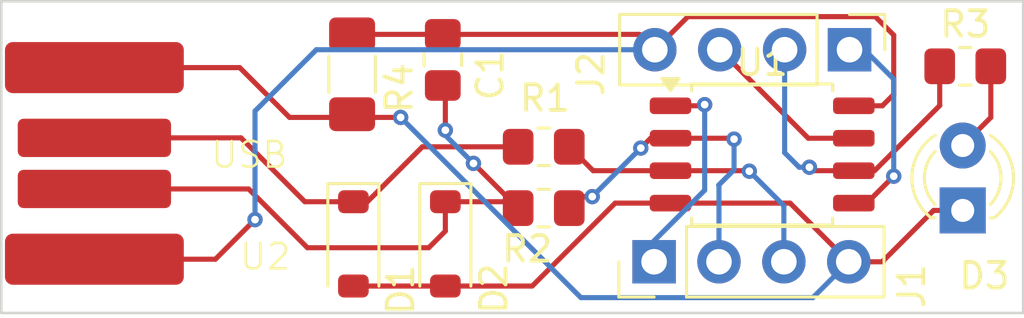
<source format=kicad_pcb>
(kicad_pcb (version 20241229) (generator "pcbnew") (generator_version "9.0")
  (layers (0 "F.Cu" signal) (2 "B.Cu" signal) (13 "F.Paste" user) (15 "B.Paste" user) (5 "F.SilkS" user "F.Silkscreen") (7 "B.SilkS" user "B.Silkscreen") (1 "F.Mask" user) (3 "B.Mask" user) (25 "Edge.Cuts" user))
  (net 0 "")
  (net 1 "GND")
  (net 2 "+5V")
  (net 3 "Net-(D1-K)")
  (net 4 "Net-(D2-K)")
  (net 5 "Net-(D3-A)")
  (net 6 "Net-(J1-Pin_2)")
  (net 7 "Net-(J1-Pin_3)")
  (net 8 "Net-(J2-Pin_3)")
  (net 9 "Net-(J1-Pin_4)")
  (net 10 "Net-(J2-Pin_2)")
  (net 11 "Net-(J2-1Pin_4)")
  (footprint "Resistor_SMD:R_0805_2012Metric_Pad1.20x1.40mm_HandSolder" (layer "F.Cu") (at 90.95 59.95)
    (property "Reference" "R3" (at 0 -1.65 0) (layer "F.SilkS"))
    (property "Value" "330R" (hide yes))
    (fp_line (start -0.227064 -0.735) (end 0.227064 -0.735) (stroke (width 0.12)) (layer "F.SilkS"))
    (fp_line (start -0.227064 0.735) (end 0.227064 0.735) (stroke (width 0.12)) (layer "F.SilkS"))
    (pad "1" smd roundrect (at -1 0) (size 1.2 1.4) (layers "F.Cu" "F.Mask" "F.Paste") (roundrect_rratio 0.208333) (net 8 "Net-(J2-Pin_3)"))
    (pad "2" smd roundrect (at 1 0) (size 1.2 1.4) (layers "F.Cu" "F.Mask" "F.Paste") (roundrect_rratio 0.208333) (net 5 "Net-(D3-A)"))
  )
  (footprint "Capacitor_SMD:C_1206_3216Metric_Pad1.33x1.80mm_HandSolder" (layer "F.Cu") (at 66.95 60.2625 -90)
    (property "Reference" "C1" (at 0.0375 -5.4 90) (layer "F.SilkS"))
    (property "Value" "100n" (hide yes))
    (fp_line (start -0.711252 0.91) (end 0.711252 0.91) (stroke (width 0.12)) (layer "F.SilkS"))
    (fp_line (start -0.711252 -0.91) (end 0.711252 -0.91) (stroke (width 0.12)) (layer "F.SilkS"))
    (pad "1" smd roundrect (at -1.5625 0 270) (size 1.325 1.8) (layers "F.Cu" "F.Mask" "F.Paste") (roundrect_rratio 0.188679) (net 2 "+5V"))
    (pad "2" smd roundrect (at 1.5625 0 270) (size 1.325 1.8) (layers "F.Cu" "F.Mask" "F.Paste") (roundrect_rratio 0.188679) (net 1 "GND"))
  )
  (footprint "Package_SO:SOIC-8_5.3x5.3mm_P1.27mm" (layer "F.Cu") (at 83 63.4)
    (property "Reference" "U1" (at 0 -3.6 0) (layer "F.SilkS"))
    (property "Value" "ATtiny85-20S" (hide yes))
    (fp_line (start -2.76 -2.76) (end 2.76 -2.76) (stroke (width 0.12)) (layer "F.SilkS"))
    (fp_line (start -2.76 -2.49) (end -2.76 -2.76) (stroke (width 0.12)) (layer "F.SilkS"))
    (fp_line (start -2.76 2.76) (end -2.76 2.49) (stroke (width 0.12)) (layer "F.SilkS"))
    (fp_line (start 2.76 -2.76) (end 2.76 -2.49) (stroke (width 0.12)) (layer "F.SilkS"))
    (fp_line (start 2.76 2.49) (end 2.76 2.76) (stroke (width 0.12)) (layer "F.SilkS"))
    (fp_line (start 2.76 2.76) (end -2.76 2.76) (stroke (width 0.12)) (layer "F.SilkS"))
    (fp_poly (pts (xy -3.59 -2.5) (xy -3.93 -2.97) (xy -3.25 -2.97)) (stroke (width 0.12)) (fill yes) (layer "F.SilkS"))
    (pad "1" smd roundrect (at -3.5875 -1.905) (size 1.625 0.65) (layers "F.Cu" "F.Mask" "F.Paste") (net 9 "Net-(J1-Pin_4)"))
    (pad "2" smd roundrect (at -3.5875 -0.635) (size 1.625 0.65) (layers "F.Cu" "F.Mask" "F.Paste") (net 7 "Net-(J1-Pin_3)"))
    (pad "3" smd roundrect (at -3.5875 0.635) (size 1.625 0.65) (layers "F.Cu" "F.Mask" "F.Paste") (net 6 "Net-(J1-Pin_2)"))
    (pad "4" smd roundrect (at -3.5875 1.905) (size 1.625 0.65) (layers "F.Cu" "F.Mask" "F.Paste") (net 1 "GND"))
    (pad "5" smd roundrect (at 3.5875 1.905) (size 1.625 0.65) (layers "F.Cu" "F.Mask" "F.Paste") (net 11 "Net-(J2-1Pin_4)"))
    (pad "6" smd roundrect (at 3.5875 0.635) (size 1.625 0.65) (layers "F.Cu" "F.Mask" "F.Paste") (net 8 "Net-(J2-Pin_3)"))
    (pad "7" smd roundrect (at 3.5875 -0.635) (size 1.625 0.65) (layers "F.Cu" "F.Mask" "F.Paste") (net 10 "Net-(J2-Pin_2)"))
    (pad "8" smd roundrect (at 3.5875 -1.905) (size 1.625 0.65) (layers "F.Cu" "F.Mask" "F.Paste") (net 2 "+5V"))
  )
  (footprint "Custom_footprint:PCB_USB_connector" (layer "F.Cu") (at 56.8625 63.75)
    (property "Reference" "U2" (at 6.6875 3.65 0) (layer "F.SilkS") (effects (font (thickness 0.1))))
    (property "Value" "~")
    (fp_text user "USB" (at 4.5 0.25 0) (layer "F.SilkS") (effects (font (thickness 0.1)) (justify left bottom)))
    (pad "1" smd roundrect (at 0 3.75) (size 7 2) (layers "F.Cu" "F.Mask" "F.Paste") (roundrect_rratio 0.15) (net 2 "+5V"))
    (pad "2" smd roundrect (at 0 1) (size 6 1.5) (layers "F.Cu" "F.Mask" "F.Paste") (roundrect_rratio 0.15) (net 4 "Net-(D2-K)"))
    (pad "3" smd roundrect (at 0 -1) (size 6 1.5) (layers "F.Cu" "F.Mask" "F.Paste") (roundrect_rratio 0.15) (net 3 "Net-(D1-K)"))
    (pad "4" smd roundrect (at 0 -3.75) (size 7 2) (layers "F.Cu" "F.Mask" "F.Paste") (roundrect_rratio 0.15) (net 1 "GND"))
  )
  (footprint "Diode_SMD:D_SOD-123" (layer "F.Cu") (at 70.6 66.9 -90)
    (property "Reference" "D2" (at 1.75 -1.9 90) (layer "F.SilkS"))
    (property "Value" "3V6" (hide yes))
    (fp_line (start -2.36 1) (end 1.65 1) (stroke (width 0.12)) (layer "F.SilkS"))
    (fp_line (start -2.36 -1) (end -2.36 1) (stroke (width 0.12)) (layer "F.SilkS"))
    (fp_line (start -2.36 -1) (end 1.65 -1) (stroke (width 0.12)) (layer "F.SilkS"))
    (pad "1" smd roundrect (at -1.65 0 270) (size 0.9 1.2) (layers "F.Cu" "F.Mask" "F.Paste") (net 4 "Net-(D2-K)"))
    (pad "2" smd roundrect (at 1.65 0 270) (size 0.9 1.2) (layers "F.Cu" "F.Mask" "F.Paste") (net 1 "GND"))
  )
  (footprint "LED_THT:LED_D3.0mm" (layer "F.Cu") (at 90.85 65.59 90)
    (property "Reference" "D3" (at -2.56 0.85 180) (layer "F.SilkS"))
    (property "Value" "LED" (hide yes))
    (fp_line (start -0.29 -1.236) (end -0.29 -1.08) (stroke (width 0.12)) (layer "F.SilkS"))
    (fp_line (start -0.29 1.08) (end -0.29 1.236) (stroke (width 0.12)) (layer "F.SilkS"))
    (fp_arc (start -0.29 -1.235516) (mid 1.36566 -1.987699) (end 2.941437 -1.08) (stroke (width 0.12)) (layer "F.SilkS"))
    (fp_arc (start 0.229039 -1.08) (mid 1.27 -1.5) (end 2.310961 -1.08) (stroke (width 0.12)) (layer "F.SilkS"))
    (fp_arc (start 2.941437 1.08) (mid 1.36566 1.987699) (end -0.29 1.235516) (stroke (width 0.12)) (layer "F.SilkS"))
    (fp_arc (start 2.310961 1.08) (mid 1.27 1.5) (end 0.229039 1.08) (stroke (width 0.12)) (layer "F.SilkS"))
    (pad "1" thru_hole rect (at 0 0 90) (size 1.8 1.8) (drill 0.9) (layers "*.Cu" "*.Mask") (net 1 "GND"))
    (pad "2" thru_hole circle (at 2.54 0 90) (size 1.8 1.8) (drill 0.9) (layers "*.Cu" "*.Mask") (net 5 "Net-(D3-A)"))
  )
  (footprint "Connector_PinHeader_2.54mm:PinHeader_1x04_P2.54mm_Vertical" (layer "F.Cu") (at 78.77 67.6 90)
    (property "Reference" "J1" (at -0.95 10.08 90) (layer "F.SilkS"))
    (property "Value" "S08-1-4" (hide yes))
    (fp_line (start -1.38 -1.38) (end 0 -1.38) (stroke (width 0.12)) (layer "F.SilkS"))
    (fp_line (start -1.38 0) (end -1.38 -1.38) (stroke (width 0.12)) (layer "F.SilkS"))
    (fp_line (start 1.38 1.27) (end 1.38 9) (stroke (width 0.12)) (layer "F.SilkS"))
    (fp_line (start -1.38 1.27) (end 1.38 1.27) (stroke (width 0.12)) (layer "F.SilkS"))
    (fp_line (start -1.38 1.27) (end -1.38 9) (stroke (width 0.12)) (layer "F.SilkS"))
    (fp_line (start -1.38 9) (end 1.38 9) (stroke (width 0.12)) (layer "F.SilkS"))
    (pad "1" thru_hole rect (at 0 0 90) (size 1.7 1.7) (drill 1) (layers "*.Cu" "*.Mask") (net 9 "Net-(J1-Pin_4)"))
    (pad "2" thru_hole circle (at 0 2.54 90) (size 1.7 1.7) (drill 1) (layers "*.Cu" "*.Mask") (net 7 "Net-(J1-Pin_3)"))
    (pad "3" thru_hole circle (at 0 5.08 90) (size 1.7 1.7) (drill 1) (layers "*.Cu" "*.Mask") (net 6 "Net-(J1-Pin_2)"))
    (pad "4" thru_hole circle (at 0 7.62 90) (size 1.7 1.7) (drill 1) (layers "*.Cu" "*.Mask") (net 1 "GND"))
  )
  (footprint "Connector_PinHeader_2.54mm:PinHeader_1x04_P2.54mm_Vertical" (layer "F.Cu") (at 86.42 59.3 -90)
    (property "Reference" "J2" (at 0.95 10.12 90) (layer "F.SilkS"))
    (property "Value" "S08-5-8" (hide yes))
    (fp_line (start -1.38 9) (end 1.38 9) (stroke (width 0.12)) (layer "F.SilkS"))
    (fp_line (start -1.38 1.27) (end -1.38 9) (stroke (width 0.12)) (layer "F.SilkS"))
    (fp_line (start -1.38 1.27) (end 1.38 1.27) (stroke (width 0.12)) (layer "F.SilkS"))
    (fp_line (start 1.38 1.27) (end 1.38 9) (stroke (width 0.12)) (layer "F.SilkS"))
    (fp_line (start -1.38 0) (end -1.38 -1.38) (stroke (width 0.12)) (layer "F.SilkS"))
    (fp_line (start -1.38 -1.38) (end 0 -1.38) (stroke (width 0.12)) (layer "F.SilkS"))
    (pad "1" thru_hole rect (at 0 0 270) (size 1.7 1.7) (drill 1) (layers "*.Cu" "*.Mask") (net 11 "Net-(J2-1Pin_4)"))
    (pad "2" thru_hole circle (at 0 2.54 270) (size 1.7 1.7) (drill 1) (layers "*.Cu" "*.Mask") (net 8 "Net-(J2-Pin_3)"))
    (pad "3" thru_hole circle (at 0 5.08 270) (size 1.7 1.7) (drill 1) (layers "*.Cu" "*.Mask") (net 10 "Net-(J2-Pin_2)"))
    (pad "4" thru_hole circle (at 0 7.62 270) (size 1.7 1.7) (drill 1) (layers "*.Cu" "*.Mask") (net 2 "+5V"))
  )
  (footprint "Resistor_SMD:R_0805_2012Metric_Pad1.20x1.40mm_HandSolder" (layer "F.Cu") (at 70.5 59.7 -90)
    (property "Reference" "R4" (at 1.1 1.7 90) (layer "F.SilkS"))
    (property "Value" "1k5" (hide yes))
    (fp_line (start -0.227064 0.735) (end 0.227064 0.735) (stroke (width 0.12)) (layer "F.SilkS"))
    (fp_line (start -0.227064 -0.735) (end 0.227064 -0.735) (stroke (width 0.12)) (layer "F.SilkS"))
    (pad "1" smd roundrect (at -1 0 270) (size 1.2 1.4) (layers "F.Cu" "F.Mask" "F.Paste") (roundrect_rratio 0.208333) (net 2 "+5V"))
    (pad "2" smd roundrect (at 1 0 270) (size 1.2 1.4) (layers "F.Cu" "F.Mask" "F.Paste") (roundrect_rratio 0.208333) (net 4 "Net-(D2-K)"))
  )
  (footprint "Resistor_SMD:R_0805_2012Metric_Pad1.20x1.40mm_HandSolder" (layer "F.Cu") (at 74.45 65.5 180)
    (property "Reference" "R2" (at 0.65 -1.6 0) (layer "F.SilkS"))
    (property "Value" "68R" (hide yes))
    (fp_line (start -0.227064 0.735) (end 0.227064 0.735) (stroke (width 0.12)) (layer "F.SilkS"))
    (fp_line (start -0.227064 -0.735) (end 0.227064 -0.735) (stroke (width 0.12)) (layer "F.SilkS"))
    (pad "1" smd roundrect (at -1 0 180) (size 1.2 1.4) (layers "F.Cu" "F.Mask" "F.Paste") (roundrect_rratio 0.208333) (net 7 "Net-(J1-Pin_3)"))
    (pad "2" smd roundrect (at 1 0 180) (size 1.2 1.4) (layers "F.Cu" "F.Mask" "F.Paste") (roundrect_rratio 0.208333) (net 4 "Net-(D2-K)"))
  )
  (footprint "Resistor_SMD:R_0805_2012Metric_Pad1.20x1.40mm_HandSolder" (layer "F.Cu") (at 74.45 63.1 180)
    (property "Reference" "R1" (at -0.05 1.9 0) (layer "F.SilkS"))
    (property "Value" "68R" (hide yes))
    (fp_line (start -0.227064 0.735) (end 0.227064 0.735) (stroke (width 0.12)) (layer "F.SilkS"))
    (fp_line (start -0.227064 -0.735) (end 0.227064 -0.735) (stroke (width 0.12)) (layer "F.SilkS"))
    (pad "1" smd roundrect (at -1 0 180) (size 1.2 1.4) (layers "F.Cu" "F.Mask" "F.Paste") (roundrect_rratio 0.208333) (net 6 "Net-(J1-Pin_2)"))
    (pad "2" smd roundrect (at 1 0 180) (size 1.2 1.4) (layers "F.Cu" "F.Mask" "F.Paste") (roundrect_rratio 0.208333) (net 3 "Net-(D1-K)"))
  )
  (footprint "Diode_SMD:D_SOD-123" (layer "F.Cu") (at 67 66.9 -90)
    (property "Reference" "D1" (at 1.8 -1.85 90) (layer "F.SilkS"))
    (property "Value" "3V6" (hide yes))
    (fp_line (start -2.36 1) (end 1.65 1) (stroke (width 0.12)) (layer "F.SilkS"))
    (fp_line (start -2.36 -1) (end -2.36 1) (stroke (width 0.12)) (layer "F.SilkS"))
    (fp_line (start -2.36 -1) (end 1.65 -1) (stroke (width 0.12)) (layer "F.SilkS"))
    (pad "1" smd roundrect (at -1.65 0 270) (size 0.9 1.2) (layers "F.Cu" "F.Mask" "F.Paste") (net 3 "Net-(D1-K)"))
    (pad "2" smd roundrect (at 1.65 0 270) (size 0.9 1.2) (layers "F.Cu" "F.Mask" "F.Paste") (net 1 "GND"))
  )
  (gr_rect (start 53.218 57.404) (end 93.218 69.604) (stroke (width 0.1)) (fill no) (layer "Edge.Cuts"))
  (segment (start 77.245 65.305) (end 79.4125 65.305) (width 0.2) (layer "F.Cu") (net 1))
  (segment (start 56.8625 60) (end 62.55 60) (width 0.2) (layer "F.Cu") (net 1))
  (segment (start 86.39 67.6) (end 84.095 65.305) (width 0.2) (layer "F.Cu") (net 1))
  (segment (start 64.5 61.95) (end 68.85 61.95) (width 0.2) (layer "F.Cu") (net 1))
  (segment (start 62.55 60) (end 64.5 61.95) (width 0.2) (layer "F.Cu") (net 1))
  (segment (start 89.71 65.59) (end 90.85 65.59) (width 0.2) (layer "F.Cu") (net 1))
  (segment (start 87.75 67.55) (end 89.71 65.59) (width 0.2) (layer "F.Cu") (net 1))
  (segment (start 87.75 67.6) (end 87.75 67.55) (width 0.2) (layer "F.Cu") (net 1))
  (segment (start 67 68.55) (end 70.6 68.55) (width 0.2) (layer "F.Cu") (net 1))
  (segment (start 70.6 68.55) (end 74 68.55) (width 0.2) (layer "F.Cu") (net 1))
  (segment (start 86.39 67.6) (end 87.75 67.6) (width 0.2) (layer "F.Cu") (net 1))
  (segment (start 84.095 65.305) (end 79.4125 65.305) (width 0.2) (layer "F.Cu") (net 1))
  (segment (start 74 68.55) (end 77.245 65.305) (width 0.2) (layer "F.Cu") (net 1))
  (via (at 68.85 61.95) (size 0.6) (drill 0.3) (layers "F.Cu" "B.Cu") (net 1))
  (segment (start 68.85 61.95) (end 75.903 69.003) (width 0.2) (layer "B.Cu") (net 1))
  (segment (start 84.987 69.003) (end 86.39 67.6) (width 0.2) (layer "B.Cu") (net 1))
  (segment (start 75.903 69.003) (end 84.987 69.003) (width 0.2) (layer "B.Cu") (net 1))
  (segment (start 70.5 58.7) (end 78.2 58.7) (width 0.2) (layer "F.Cu") (net 2))
  (segment (start 87.705 61.495) (end 86.5875 61.495) (width 0.2) (layer "F.Cu") (net 2))
  (segment (start 88.15 58.728) (end 88.15 61.05) (width 0.2) (layer "F.Cu") (net 2))
  (segment (start 80.095 58.005) (end 87.427 58.005) (width 0.2) (layer "F.Cu") (net 2))
  (segment (start 88.15 61.05) (end 87.705 61.495) (width 0.2) (layer "F.Cu") (net 2))
  (segment (start 87.427 58.005) (end 88.15 58.728) (width 0.2) (layer "F.Cu") (net 2))
  (segment (start 78.8 59.3) (end 80.095 58.005) (width 0.2) (layer "F.Cu") (net 2))
  (segment (start 61.6 67.5) (end 63.15 65.95) (width 0.2) (layer "F.Cu") (net 2))
  (segment (start 56.8625 67.5) (end 61.6 67.5) (width 0.2) (layer "F.Cu") (net 2))
  (segment (start 66.95 58.7) (end 70.5 58.7) (width 0.2) (layer "F.Cu") (net 2))
  (segment (start 78.2 58.7) (end 78.8 59.3) (width 0.2) (layer "F.Cu") (net 2))
  (via (at 63.15 65.95) (size 0.6) (drill 0.3) (layers "F.Cu" "B.Cu") (net 2))
  (segment (start 63.15 65.95) (end 63.15 61.7) (width 0.2) (layer "B.Cu") (net 2))
  (segment (start 63.15 61.7) (end 65.55 59.3) (width 0.2) (layer "B.Cu") (net 2))
  (segment (start 65.55 59.3) (end 78.8 59.3) (width 0.2) (layer "B.Cu") (net 2))
  (segment (start 67 65.25) (end 67.55 65.25) (width 0.2) (layer "F.Cu") (net 3))
  (segment (start 67.55 65.25) (end 69.7 63.1) (width 0.2) (layer "F.Cu") (net 3))
  (segment (start 56.8625 62.75) (end 62.6 62.75) (width 0.2) (layer "F.Cu") (net 3))
  (segment (start 65.1 65.25) (end 67 65.25) (width 0.2) (layer "F.Cu") (net 3))
  (segment (start 62.6 62.75) (end 65.1 65.25) (width 0.2) (layer "F.Cu") (net 3))
  (segment (start 69.7 63.1) (end 73.45 63.1) (width 0.2) (layer "F.Cu") (net 3))
  (segment (start 56.8625 64.75) (end 62.9 64.75) (width 0.2) (layer "F.Cu") (net 4))
  (segment (start 73.2 65.25) (end 73.45 65.5) (width 0.2) (layer "F.Cu") (net 4))
  (segment (start 69.95 67.05) (end 70.6 66.4) (width 0.2) (layer "F.Cu") (net 4))
  (segment (start 73.45 65.5) (end 71.7 63.75) (width 0.2) (layer "F.Cu") (net 4))
  (segment (start 70.6 62.45) (end 70.6 60.8) (width 0.2) (layer "F.Cu") (net 4))
  (segment (start 70.6 60.8) (end 70.5 60.7) (width 0.2) (layer "F.Cu") (net 4))
  (segment (start 70.6 66.4) (end 70.6 65.25) (width 0.2) (layer "F.Cu") (net 4))
  (segment (start 70.6 65.25) (end 73.2 65.25) (width 0.2) (layer "F.Cu") (net 4))
  (segment (start 62.9 64.75) (end 65.2 67.05) (width 0.2) (layer "F.Cu") (net 4))
  (segment (start 65.2 67.05) (end 69.95 67.05) (width 0.2) (layer "F.Cu") (net 4))
  (via (at 70.6 62.45) (size 0.6) (drill 0.3) (layers "F.Cu" "B.Cu") (net 4))
  (via (at 71.7 63.75) (size 0.6) (drill 0.3) (layers "F.Cu" "B.Cu") (net 4))
  (segment (start 70.6 62.65) (end 70.6 62.45) (width 0.2) (layer "B.Cu") (net 4))
  (segment (start 71.7 63.75) (end 70.6 62.65) (width 0.2) (layer "B.Cu") (net 4))
  (segment (start 91.95 61.95) (end 91.95 59.95) (width 0.2) (layer "F.Cu") (net 5))
  (segment (start 90.85 63.05) (end 91.95 61.95) (width 0.2) (layer "F.Cu") (net 5))
  (segment (start 79.4125 64.035) (end 82.478215 64.035) (width 0.2) (layer "F.Cu") (net 6))
  (segment (start 82.478215 64.035) (end 82.497536 64.054321) (width 0.2) (layer "F.Cu") (net 6))
  (segment (start 75.45 63.1) (end 76.385 64.035) (width 0.2) (layer "F.Cu") (net 6))
  (segment (start 76.385 64.035) (end 79.4125 64.035) (width 0.2) (layer "F.Cu") (net 6))
  (via (at 82.497536 64.054321) (size 0.6) (drill 0.3) (layers "F.Cu" "B.Cu") (net 6))
  (segment (start 82.497536 64.054321) (end 83.85 65.406785) (width 0.2) (layer "B.Cu") (net 6))
  (segment (start 83.85 65.406785) (end 83.85 67.6) (width 0.2) (layer "B.Cu") (net 6))
  (segment (start 76.35 65.05) (end 75.9 65.05) (width 0.2) (layer "F.Cu") (net 7))
  (segment (start 79.4125 62.765) (end 78.635 62.765) (width 0.2) (layer "F.Cu") (net 7))
  (segment (start 75.9 65.05) (end 75.45 65.5) (width 0.2) (layer "F.Cu") (net 7))
  (segment (start 79.4125 62.765) (end 81.865 62.765) (width 0.2) (layer "F.Cu") (net 7))
  (segment (start 81.865 62.765) (end 81.9 62.8) (width 0.2) (layer "F.Cu") (net 7))
  (segment (start 78.635 62.765) (end 78.25 63.15) (width 0.2) (layer "F.Cu") (net 7))
  (via (at 76.35 65.05) (size 0.6) (drill 0.3) (layers "F.Cu" "B.Cu") (net 7))
  (via (at 78.25 63.15) (size 0.6) (drill 0.3) (layers "F.Cu" "B.Cu") (net 7))
  (via (at 81.9 62.8) (size 0.6) (drill 0.3) (layers "F.Cu" "B.Cu") (net 7))
  (segment (start 78.25 63.15) (end 76.35 65.05) (width 0.2) (layer "B.Cu") (net 7))
  (segment (start 81.31 64.61) (end 81.31 67.6) (width 0.2) (layer "B.Cu") (net 7))
  (segment (start 81.9 64) (end 81.3 64.6) (width 0.2) (layer "B.Cu") (net 7))
  (segment (start 81.3 64.6) (end 81.31 64.61) (width 0.2) (layer "B.Cu") (net 7))
  (segment (start 81.9 62.8) (end 81.9 64) (width 0.2) (layer "B.Cu") (net 7))
  (segment (start 87.399999 64.035) (end 89.95 61.484999) (width 0.2) (layer "F.Cu") (net 8))
  (segment (start 84.985 64.035) (end 84.85 63.9) (width 0.2) (layer "F.Cu") (net 8))
  (segment (start 86.5875 64.035) (end 87.399999 64.035) (width 0.2) (layer "F.Cu") (net 8))
  (segment (start 89.95 61.484999) (end 89.95 59.95) (width 0.2) (layer "F.Cu") (net 8))
  (segment (start 86.5875 64.035) (end 84.985 64.035) (width 0.2) (layer "F.Cu") (net 8))
  (via (at 84.85 63.9) (size 0.6) (drill 0.3) (layers "F.Cu" "B.Cu") (net 8))
  (segment (start 83.88 63.33) (end 83.88 59.3) (width 0.2) (layer "B.Cu") (net 8))
  (segment (start 84.85 63.9) (end 84.45 63.9) (width 0.2) (layer "B.Cu") (net 8))
  (segment (start 84.45 63.9) (end 83.88 63.33) (width 0.2) (layer "B.Cu") (net 8))
  (segment (start 79.4125 61.495) (end 80.705 61.495) (width 0.2) (layer "F.Cu") (net 9))
  (segment (start 80.705 61.495) (end 80.75 61.45) (width 0.2) (layer "F.Cu") (net 9))
  (via (at 80.75 61.45) (size 0.6) (drill 0.3) (layers "F.Cu" "B.Cu") (net 9))
  (segment (start 80.75 61.45) (end 80.75 64.8) (width 0.2) (layer "B.Cu") (net 9))
  (segment (start 78.77 66.78) (end 78.77 67.6) (width 0.2) (layer "B.Cu") (net 9))
  (segment (start 80.75 64.8) (end 78.77 66.78) (width 0.2) (layer "B.Cu") (net 9))
  (segment (start 81.34 59.3) (end 84.805 62.765) (width 0.2) (layer "F.Cu") (net 10))
  (segment (start 84.805 62.765) (end 86.5875 62.765) (width 0.2) (layer "F.Cu") (net 10))
  (segment (start 86.5875 65.305) (end 87.095 65.305) (width 0.2) (layer "F.Cu") (net 11))
  (segment (start 87.095 65.305) (end 88.15 64.25) (width 0.2) (layer "F.Cu") (net 11))
  (via (at 88.15 64.25) (size 0.6) (drill 0.3) (layers "F.Cu" "B.Cu") (net 11))
  (segment (start 88.15 60.45) (end 87 59.3) (width 0.2) (layer "B.Cu") (net 11))
  (segment (start 87 59.3) (end 86.42 59.3) (width 0.2) (layer "B.Cu") (net 11))
  (segment (start 88.15 64.25) (end 88.15 60.45) (width 0.2) (layer "B.Cu") (net 11))
)
</source>
